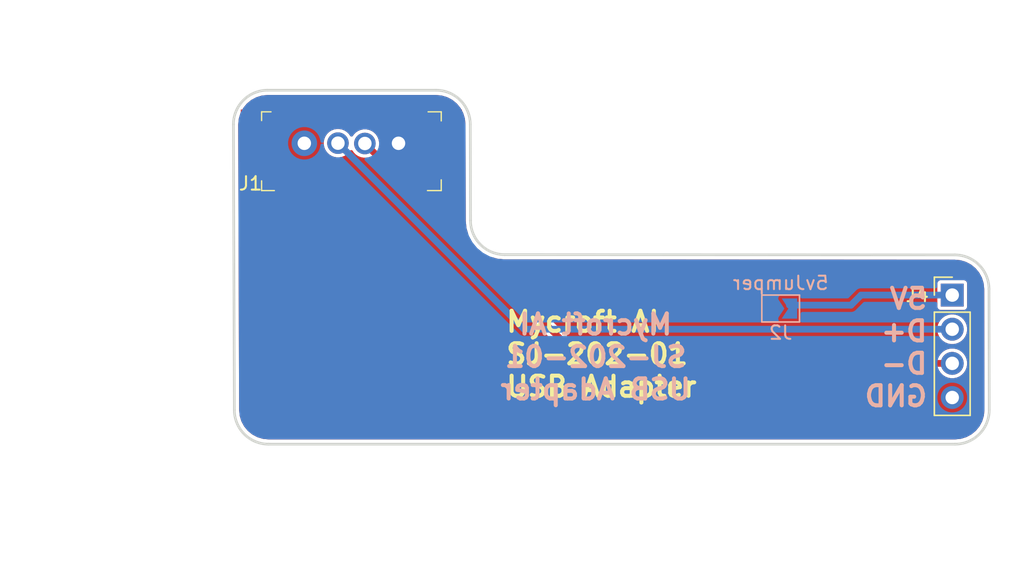
<source format=kicad_pcb>
(kicad_pcb (version 20171130) (host pcbnew "(5.1.6)-1")

  (general
    (thickness 1.6)
    (drawings 19)
    (tracks 10)
    (zones 0)
    (modules 3)
    (nets 6)
  )

  (page A4)
  (layers
    (0 F.Cu signal)
    (31 B.Cu signal)
    (32 B.Adhes user)
    (33 F.Adhes user)
    (34 B.Paste user)
    (35 F.Paste user)
    (36 B.SilkS user)
    (37 F.SilkS user)
    (38 B.Mask user)
    (39 F.Mask user)
    (40 Dwgs.User user)
    (41 Cmts.User user)
    (42 Eco1.User user)
    (43 Eco2.User user)
    (44 Edge.Cuts user)
    (45 Margin user)
    (46 B.CrtYd user)
    (47 F.CrtYd user)
    (48 B.Fab user)
    (49 F.Fab user)
  )

  (setup
    (last_trace_width 0.5)
    (trace_clearance 0.2)
    (zone_clearance 0.254)
    (zone_45_only no)
    (trace_min 0.2)
    (via_size 0.8)
    (via_drill 0.4)
    (via_min_size 0.4)
    (via_min_drill 0.3)
    (uvia_size 0.3)
    (uvia_drill 0.1)
    (uvias_allowed no)
    (uvia_min_size 0.2)
    (uvia_min_drill 0.1)
    (edge_width 0.05)
    (segment_width 0.2)
    (pcb_text_width 0.3)
    (pcb_text_size 1.5 1.5)
    (mod_edge_width 0.12)
    (mod_text_size 1 1)
    (mod_text_width 0.15)
    (pad_size 1.524 1.524)
    (pad_drill 0.762)
    (pad_to_mask_clearance 0.05)
    (aux_axis_origin 0 0)
    (visible_elements 7FFFFFFF)
    (pcbplotparams
      (layerselection 0x010fc_ffffffff)
      (usegerberextensions false)
      (usegerberattributes true)
      (usegerberadvancedattributes true)
      (creategerberjobfile true)
      (excludeedgelayer true)
      (linewidth 0.100000)
      (plotframeref false)
      (viasonmask false)
      (mode 1)
      (useauxorigin false)
      (hpglpennumber 1)
      (hpglpenspeed 20)
      (hpglpendiameter 15.000000)
      (psnegative false)
      (psa4output false)
      (plotreference true)
      (plotvalue true)
      (plotinvisibletext false)
      (padsonsilk false)
      (subtractmaskfromsilk false)
      (outputformat 1)
      (mirror false)
      (drillshape 0)
      (scaleselection 1)
      (outputdirectory "Gerbers"))
  )

  (net 0 "")
  (net 1 +5V)
  (net 2 GND)
  (net 3 /D+)
  (net 4 /D-)
  (net 5 /5vJump)

  (net_class Default "This is the default net class."
    (clearance 0.2)
    (trace_width 0.5)
    (via_dia 0.8)
    (via_drill 0.4)
    (uvia_dia 0.3)
    (uvia_drill 0.1)
    (add_net +5V)
    (add_net /5vJump)
    (add_net GND)
  )

  (net_class "Signal Wire" ""
    (clearance 0.2)
    (trace_width 0.5)
    (via_dia 0.8)
    (via_drill 0.4)
    (uvia_dia 0.3)
    (uvia_drill 0.1)
    (add_net /D+)
    (add_net /D-)
  )

  (module libraries:USB_A_Female_UE27AC54100 (layer F.Cu) (tedit 5F78C652) (tstamp 5F52D794)
    (at 29.65 53.3 180)
    (path /5F528EEA)
    (fp_text reference J1 (at 7.5 -5.7) (layer F.SilkS)
      (effects (font (size 1 1) (thickness 0.15)))
    )
    (fp_text value USB_A (at -0.3175 4.572) (layer F.Fab)
      (effects (font (size 1 1) (thickness 0.15)))
    )
    (fp_text user %R (at -0.025 0.975) (layer F.Fab)
      (effects (font (size 1 1) (thickness 0.15)))
    )
    (fp_line (start -8.509 0.762) (end 8.382 0.762) (layer F.CrtYd) (width 0.05))
    (fp_line (start -8.5135 -6.4165) (end -8.5135 0.762) (layer F.CrtYd) (width 0.05))
    (fp_line (start 8.3865 -6.4165) (end 8.382 0.762) (layer F.CrtYd) (width 0.05))
    (fp_line (start -8.5135 -6.4165) (end 8.3865 -6.4165) (layer F.CrtYd) (width 0.05))
    (fp_line (start -5.7 -0.37) (end -6.675 -0.37) (layer F.SilkS) (width 0.1))
    (fp_line (start -6.675 -0.37) (end -6.675 -1.045) (layer F.SilkS) (width 0.1))
    (fp_line (start 6.675 -1.02) (end 6.675 -0.37) (layer F.SilkS) (width 0.1))
    (fp_line (start 6.675 -0.37) (end 5.975 -0.37) (layer F.SilkS) (width 0.1))
    (fp_line (start -5.65 -6.227) (end -6.675 -6.227) (layer F.SilkS) (width 0.1))
    (fp_line (start -6.675 -6.227) (end -6.675 -5.427) (layer F.SilkS) (width 0.1))
    (fp_line (start 5.725 -6.227) (end 6.675 -6.227) (layer F.SilkS) (width 0.1))
    (fp_line (start 6.675 -6.227) (end 6.675 -5.502) (layer F.SilkS) (width 0.1))
    (fp_line (start -6.5405 -0.508) (end 6.5405 -0.508) (layer F.Fab) (width 0.1))
    (fp_line (start -6.55 -6.112) (end -6.5405 -0.508) (layer F.Fab) (width 0.1))
    (fp_line (start 6.55 -6.112) (end 6.5405 -0.508) (layer F.Fab) (width 0.1))
    (fp_line (start -6.55 -6.112) (end 6.55 -6.112) (layer F.Fab) (width 0.1))
    (pad 5 smd rect (at 0 -6.9055 180) (size 3.3 1.6) (layers F.Cu F.Paste F.Mask)
      (net 2 GND))
    (pad 4 thru_hole circle (at 3.5 -2.71 180) (size 1.9 1.9) (drill 1) (layers *.Cu *.Mask)
      (net 2 GND))
    (pad 3 thru_hole circle (at 1 -2.7 180) (size 1.6 1.6) (drill 1) (layers *.Cu *.Mask)
      (net 3 /D+))
    (pad 2 thru_hole circle (at -1 -2.725 180) (size 1.6 1.6) (drill 1) (layers *.Cu *.Mask)
      (net 4 /D-))
    (pad 1 thru_hole circle (at -3.5 -2.71 180) (size 1.9 1.9) (drill 1) (layers *.Cu *.Mask)
      (net 1 +5V))
    (pad 5 smd rect (at 6.57 -1 180) (size 3.3 1.6) (layers F.Cu F.Paste F.Mask)
      (net 2 GND))
    (pad 5 smd rect (at -6.57 -1 180) (size 3.3 1.6) (layers F.Cu F.Paste F.Mask)
      (net 2 GND))
    (model ${KIPRJMOD}/3D/USB-A-U-G-04WS-W-03.STEP
      (offset (xyz 0 6 11.5))
      (scale (xyz 1 1 1))
      (rotate (xyz -90 0 0))
    )
  )

  (module Jumper:SolderJumper-2_P1.3mm_Open_TrianglePad1.0x1.5mm (layer B.Cu) (tedit 5A64794F) (tstamp 5F594968)
    (at 61.55 68.3)
    (descr "SMD Solder Jumper, 1x1.5mm Triangular Pads, 0.3mm gap, open")
    (tags "solder jumper open")
    (path /5F596E74)
    (attr virtual)
    (fp_text reference J2 (at 0 1.8) (layer B.SilkS)
      (effects (font (size 1 1) (thickness 0.15)) (justify mirror))
    )
    (fp_text value 5vJumper (at 0 -1.9) (layer B.SilkS)
      (effects (font (size 1 1) (thickness 0.15)) (justify mirror))
    )
    (fp_line (start -1.4 -1) (end -1.4 1) (layer B.SilkS) (width 0.12))
    (fp_line (start 1.4 -1) (end -1.4 -1) (layer B.SilkS) (width 0.12))
    (fp_line (start 1.4 1) (end 1.4 -1) (layer B.SilkS) (width 0.12))
    (fp_line (start -1.4 1) (end 1.4 1) (layer B.SilkS) (width 0.12))
    (fp_line (start -1.65 1.25) (end 1.65 1.25) (layer B.CrtYd) (width 0.05))
    (fp_line (start -1.65 1.25) (end -1.65 -1.25) (layer B.CrtYd) (width 0.05))
    (fp_line (start 1.65 -1.25) (end 1.65 1.25) (layer B.CrtYd) (width 0.05))
    (fp_line (start 1.65 -1.25) (end -1.65 -1.25) (layer B.CrtYd) (width 0.05))
    (pad 1 smd custom (at -0.725 0) (size 0.3 0.3) (layers B.Cu B.Mask)
      (net 1 +5V) (zone_connect 2)
      (options (clearance outline) (anchor rect))
      (primitives
        (gr_poly (pts
           (xy -0.5 0.75) (xy 0.5 0.75) (xy 1 0) (xy 0.5 -0.75) (xy -0.5 -0.75)
) (width 0))
      ))
    (pad 2 smd custom (at 0.725 0) (size 0.3 0.3) (layers B.Cu B.Mask)
      (net 5 /5vJump) (zone_connect 2)
      (options (clearance outline) (anchor rect))
      (primitives
        (gr_poly (pts
           (xy -0.65 0.75) (xy 0.5 0.75) (xy 0.5 -0.75) (xy -0.65 -0.75) (xy -0.15 0)
) (width 0))
      ))
  )

  (module Connector_PinHeader_2.54mm:PinHeader_1x04_P2.54mm_Vertical (layer F.Cu) (tedit 59FED5CC) (tstamp 5F70EBA2)
    (at 74.3 67.3)
    (descr "Through hole straight pin header, 1x04, 2.54mm pitch, single row")
    (tags "Through hole pin header THT 1x04 2.54mm single row")
    (path /5F58F2C6)
    (fp_text reference J4 (at -2.6 0) (layer F.SilkS)
      (effects (font (size 1 1) (thickness 0.15)))
    )
    (fp_text value Conn_01x04 (at 0 9.95) (layer F.Fab)
      (effects (font (size 1 1) (thickness 0.15)))
    )
    (fp_line (start 1.8 -1.8) (end -1.8 -1.8) (layer F.CrtYd) (width 0.05))
    (fp_line (start 1.8 9.4) (end 1.8 -1.8) (layer F.CrtYd) (width 0.05))
    (fp_line (start -1.8 9.4) (end 1.8 9.4) (layer F.CrtYd) (width 0.05))
    (fp_line (start -1.8 -1.8) (end -1.8 9.4) (layer F.CrtYd) (width 0.05))
    (fp_line (start -1.33 -1.33) (end 0 -1.33) (layer F.SilkS) (width 0.12))
    (fp_line (start -1.33 0) (end -1.33 -1.33) (layer F.SilkS) (width 0.12))
    (fp_line (start -1.33 1.27) (end 1.33 1.27) (layer F.SilkS) (width 0.12))
    (fp_line (start 1.33 1.27) (end 1.33 8.95) (layer F.SilkS) (width 0.12))
    (fp_line (start -1.33 1.27) (end -1.33 8.95) (layer F.SilkS) (width 0.12))
    (fp_line (start -1.33 8.95) (end 1.33 8.95) (layer F.SilkS) (width 0.12))
    (fp_line (start -1.27 -0.635) (end -0.635 -1.27) (layer F.Fab) (width 0.1))
    (fp_line (start -1.27 8.89) (end -1.27 -0.635) (layer F.Fab) (width 0.1))
    (fp_line (start 1.27 8.89) (end -1.27 8.89) (layer F.Fab) (width 0.1))
    (fp_line (start 1.27 -1.27) (end 1.27 8.89) (layer F.Fab) (width 0.1))
    (fp_line (start -0.635 -1.27) (end 1.27 -1.27) (layer F.Fab) (width 0.1))
    (fp_text user %R (at 0 3.81 90) (layer F.Fab)
      (effects (font (size 1 1) (thickness 0.15)))
    )
    (pad 4 thru_hole oval (at 0 7.62) (size 1.7 1.7) (drill 1) (layers *.Cu *.Mask)
      (net 2 GND))
    (pad 3 thru_hole oval (at 0 5.08) (size 1.7 1.7) (drill 1) (layers *.Cu *.Mask)
      (net 4 /D-))
    (pad 2 thru_hole oval (at 0 2.54) (size 1.7 1.7) (drill 1) (layers *.Cu *.Mask)
      (net 3 /D+))
    (pad 1 thru_hole rect (at 0 0) (size 1.7 1.7) (drill 1) (layers *.Cu *.Mask)
      (net 5 /5vJump))
    (model ${KISYS3DMOD}/Connector_PinHeader_2.54mm.3dshapes/PinHeader_1x04_P2.54mm_Vertical.wrl
      (at (xyz 0 0 0))
      (scale (xyz 1 1 1))
      (rotate (xyz 0 0 0))
    )
  )

  (dimension 26.4 (width 0.12) (layer Dwgs.User)
    (gr_text "26.400 mm" (at 7.23 65.15 90) (layer Dwgs.User)
      (effects (font (size 1 1) (thickness 0.15)))
    )
    (feature1 (pts (xy 51.95 51.95) (xy 7.913579 51.95)))
    (feature2 (pts (xy 51.95 78.35) (xy 7.913579 78.35)))
    (crossbar (pts (xy 8.5 78.35) (xy 8.5 51.95)))
    (arrow1a (pts (xy 8.5 51.95) (xy 9.086421 53.076504)))
    (arrow1b (pts (xy 8.5 51.95) (xy 7.913579 53.076504)))
    (arrow2a (pts (xy 8.5 78.35) (xy 9.086421 77.223496)))
    (arrow2b (pts (xy 8.5 78.35) (xy 7.913579 77.223496)))
  )
  (dimension 56.106439 (width 0.12) (layer Dwgs.User)
    (gr_text "56.106 mm" (at 48.776365 87.434939 -0.8680514497) (layer Dwgs.User)
      (effects (font (size 1 1) (thickness 0.15)))
    )
    (feature1 (pts (xy 20.95 72.25) (xy 20.736721 86.326438)))
    (feature2 (pts (xy 77.05 73.1) (xy 76.836721 87.176438)))
    (crossbar (pts (xy 76.845605 86.590085) (xy 20.745605 85.740085)))
    (arrow1a (pts (xy 20.745605 85.740085) (xy 21.880864 85.170798)))
    (arrow1b (pts (xy 20.745605 85.740085) (xy 21.863095 86.343505)))
    (arrow2a (pts (xy 76.845605 86.590085) (xy 75.728115 85.986665)))
    (arrow2b (pts (xy 76.845605 86.590085) (xy 75.710346 87.159372)))
  )
  (gr_line (start 76.1 66.25) (end 76.1 60.9) (layer Dwgs.User) (width 0.12))
  (dimension 38.65 (width 0.12) (layer Dwgs.User)
    (gr_text "1.5217 in" (at 55.625 46.08) (layer Dwgs.User)
      (effects (font (size 1 1) (thickness 0.15)))
    )
    (feature1 (pts (xy 36.3 74.1) (xy 36.3 46.763579)))
    (feature2 (pts (xy 74.95 74.1) (xy 74.95 46.763579)))
    (crossbar (pts (xy 74.95 47.35) (xy 36.3 47.35)))
    (arrow1a (pts (xy 36.3 47.35) (xy 37.426504 46.763579)))
    (arrow1b (pts (xy 36.3 47.35) (xy 37.426504 47.936421)))
    (arrow2a (pts (xy 74.95 47.35) (xy 73.823496 46.763579)))
    (arrow2b (pts (xy 74.95 47.35) (xy 73.823496 47.936421)))
  )
  (gr_text "5V\nD+\nD-\nGND" (at 72.6 71.2) (layer B.SilkS)
    (effects (font (size 1.5 1.5) (thickness 0.3)) (justify left mirror))
  )
  (gr_line (start 23.49 78.39) (end 74.51 78.39) (layer Edge.Cuts) (width 0.2) (tstamp 5F70EC26))
  (gr_arc (start 41.04 61.75) (end 38.5 61.75) (angle -90) (layer Edge.Cuts) (width 0.2))
  (gr_arc (start 74.492372 66.85115) (end 77.032372 66.85115) (angle -90) (layer Edge.Cuts) (width 0.2) (tstamp 5F70EC20))
  (gr_line (start 35.942372 52.06115) (end 23.422372 52.06115) (layer Edge.Cuts) (width 0.2) (tstamp 5F70E58B))
  (gr_line (start 77.05 75.85) (end 77.032372 66.85115) (layer Edge.Cuts) (width 0.2) (tstamp 5F70EC23))
  (gr_arc (start 35.942372 54.60115) (end 38.482372 54.60115) (angle -90) (layer Edge.Cuts) (width 0.2))
  (gr_arc (start 74.51 75.85) (end 74.51 78.39) (angle -90) (layer Edge.Cuts) (width 0.2) (tstamp 5F70EC1D))
  (gr_line (start 74.492372 64.31115) (end 41.04 64.29) (layer Edge.Cuts) (width 0.2) (tstamp 5F70EC29))
  (gr_line (start 38.5 61.75) (end 38.482372 54.60115) (layer Edge.Cuts) (width 0.2))
  (gr_arc (start 23.422372 54.60115) (end 23.422372 52.06115) (angle -90) (layer Edge.Cuts) (width 0.2) (tstamp 5F70E58E))
  (gr_line (start 20.882372 54.60115) (end 20.95 75.85) (layer Edge.Cuts) (width 0.2) (tstamp 5F70E82D))
  (gr_arc (start 23.49 75.85) (end 20.95 75.85) (angle -90) (layer Edge.Cuts) (width 0.2) (tstamp 5F70EC2C))
  (gr_text "Mycroft AI\nSJ-202-01\nUSB Adapter" (at 47.8 71.9) (layer B.SilkS) (tstamp 5F52D9E9)
    (effects (font (size 1.5 1.5) (thickness 0.3)) (justify mirror))
  )
  (gr_text "Mycroft AI\nSJ-202-01\nUSB Adapter" (at 41 71.7) (layer F.SilkS)
    (effects (font (size 1.5 1.5) (thickness 0.3)) (justify left))
  )

  (segment (start 42.49 69.84) (end 28.65 56) (width 0.5) (layer B.Cu) (net 3))
  (segment (start 74.3 70.34) (end 73.8 69.84) (width 0.5) (layer B.Cu) (net 3))
  (segment (start 73.8 69.84) (end 42.49 69.84) (width 0.5) (layer B.Cu) (net 3))
  (segment (start 47.005 72.38) (end 30.65 56.025) (width 0.5) (layer F.Cu) (net 4))
  (segment (start 74.3 72.88) (end 73.8 72.38) (width 0.5) (layer F.Cu) (net 4))
  (segment (start 73.8 72.38) (end 47.005 72.38) (width 0.5) (layer F.Cu) (net 4))
  (segment (start 66.775 68.05) (end 62.2 68.05) (width 0.5) (layer B.Cu) (net 5))
  (segment (start 67.525 67.3) (end 66.775 68.05) (width 0.5) (layer B.Cu) (net 5))
  (segment (start 74.3 67.8) (end 73.8 67.3) (width 0.5) (layer B.Cu) (net 5))
  (segment (start 73.8 67.3) (end 67.525 67.3) (width 0.5) (layer B.Cu) (net 5))

  (zone (net 2) (net_name GND) (layer F.Cu) (tstamp 5F78C251) (hatch edge 0.508)
    (connect_pads yes (clearance 0.254))
    (min_thickness 0.254)
    (fill yes (arc_segments 32) (thermal_gap 0.508) (thermal_bridge_width 0.508))
    (polygon
      (pts
        (xy 57.5 49) (xy 79.5 60.9) (xy 79.65 81) (xy 13.55 82.35) (xy 14.75 49.5)
      )
    )
    (filled_polygon
      (pts
        (xy 36.341849 52.583625) (xy 36.726117 52.699642) (xy 37.080532 52.888088) (xy 37.391589 53.141781) (xy 37.647446 53.451059)
        (xy 37.838361 53.80415) (xy 37.957058 54.187596) (xy 38.001392 54.609404) (xy 38.01906 61.774812) (xy 38.021152 61.795531)
        (xy 38.021042 61.811326) (xy 38.021697 61.81801) (xy 38.073514 62.311017) (xy 38.082273 62.353685) (xy 38.090449 62.396544)
        (xy 38.09239 62.402974) (xy 38.169525 62.652157) (xy 32.818505 57.301137) (xy 33.018908 57.341) (xy 33.281092 57.341)
        (xy 33.538238 57.28985) (xy 33.780465 57.189517) (xy 33.998463 57.043855) (xy 34.183855 56.858463) (xy 34.329517 56.640465)
        (xy 34.42985 56.398238) (xy 34.481 56.141092) (xy 34.481 55.878908) (xy 34.42985 55.621762) (xy 34.329517 55.379535)
        (xy 34.183855 55.161537) (xy 33.998463 54.976145) (xy 33.780465 54.830483) (xy 33.538238 54.73015) (xy 33.281092 54.679)
        (xy 33.018908 54.679) (xy 32.761762 54.73015) (xy 32.519535 54.830483) (xy 32.301537 54.976145) (xy 32.116145 55.161537)
        (xy 31.970483 55.379535) (xy 31.87015 55.621762) (xy 31.822039 55.863631) (xy 31.785614 55.680515) (xy 31.696588 55.465587)
        (xy 31.567342 55.272157) (xy 31.402843 55.107658) (xy 31.209413 54.978412) (xy 30.994485 54.889386) (xy 30.766318 54.844)
        (xy 30.533682 54.844) (xy 30.305515 54.889386) (xy 30.090587 54.978412) (xy 29.897157 55.107658) (xy 29.732658 55.272157)
        (xy 29.658352 55.383363) (xy 29.567342 55.247157) (xy 29.402843 55.082658) (xy 29.209413 54.953412) (xy 28.994485 54.864386)
        (xy 28.766318 54.819) (xy 28.533682 54.819) (xy 28.305515 54.864386) (xy 28.090587 54.953412) (xy 27.897157 55.082658)
        (xy 27.732658 55.247157) (xy 27.603412 55.440587) (xy 27.514386 55.655515) (xy 27.469 55.883682) (xy 27.469 56.116318)
        (xy 27.514386 56.344485) (xy 27.603412 56.559413) (xy 27.732658 56.752843) (xy 27.897157 56.917342) (xy 28.090587 57.046588)
        (xy 28.305515 57.135614) (xy 28.533682 57.181) (xy 28.766318 57.181) (xy 28.994485 57.135614) (xy 29.209413 57.046588)
        (xy 29.402843 56.917342) (xy 29.567342 56.752843) (xy 29.641648 56.641637) (xy 29.732658 56.777843) (xy 29.897157 56.942342)
        (xy 30.090587 57.071588) (xy 30.305515 57.160614) (xy 30.533682 57.206) (xy 30.766318 57.206) (xy 30.910043 57.177411)
        (xy 46.536899 72.804268) (xy 46.556657 72.828343) (xy 46.652739 72.907196) (xy 46.762358 72.965789) (xy 46.881302 73.00187)
        (xy 46.974002 73.011) (xy 46.974009 73.011) (xy 47.005 73.014052) (xy 47.03599 73.011) (xy 73.24111 73.011)
        (xy 73.34382 73.164717) (xy 73.515283 73.33618) (xy 73.716903 73.470898) (xy 73.940931 73.563693) (xy 74.178757 73.611)
        (xy 74.421243 73.611) (xy 74.659069 73.563693) (xy 74.883097 73.470898) (xy 75.084717 73.33618) (xy 75.25618 73.164717)
        (xy 75.390898 72.963097) (xy 75.483693 72.739069) (xy 75.531 72.501243) (xy 75.531 72.258757) (xy 75.483693 72.020931)
        (xy 75.390898 71.796903) (xy 75.25618 71.595283) (xy 75.084717 71.42382) (xy 74.883097 71.289102) (xy 74.659069 71.196307)
        (xy 74.421243 71.149) (xy 74.178757 71.149) (xy 73.940931 71.196307) (xy 73.716903 71.289102) (xy 73.515283 71.42382)
        (xy 73.34382 71.595283) (xy 73.24111 71.749) (xy 47.266369 71.749) (xy 45.236126 69.718757) (xy 73.069 69.718757)
        (xy 73.069 69.961243) (xy 73.116307 70.199069) (xy 73.209102 70.423097) (xy 73.34382 70.624717) (xy 73.515283 70.79618)
        (xy 73.716903 70.930898) (xy 73.940931 71.023693) (xy 74.178757 71.071) (xy 74.421243 71.071) (xy 74.659069 71.023693)
        (xy 74.883097 70.930898) (xy 75.084717 70.79618) (xy 75.25618 70.624717) (xy 75.390898 70.423097) (xy 75.483693 70.199069)
        (xy 75.531 69.961243) (xy 75.531 69.718757) (xy 75.483693 69.480931) (xy 75.390898 69.256903) (xy 75.25618 69.055283)
        (xy 75.084717 68.88382) (xy 74.883097 68.749102) (xy 74.659069 68.656307) (xy 74.421243 68.609) (xy 74.178757 68.609)
        (xy 73.940931 68.656307) (xy 73.716903 68.749102) (xy 73.515283 68.88382) (xy 73.34382 69.055283) (xy 73.209102 69.256903)
        (xy 73.116307 69.480931) (xy 73.069 69.718757) (xy 45.236126 69.718757) (xy 41.967369 66.45) (xy 73.067157 66.45)
        (xy 73.067157 68.15) (xy 73.074513 68.224689) (xy 73.096299 68.296508) (xy 73.131678 68.362696) (xy 73.179289 68.420711)
        (xy 73.237304 68.468322) (xy 73.303492 68.503701) (xy 73.375311 68.525487) (xy 73.45 68.532843) (xy 75.15 68.532843)
        (xy 75.224689 68.525487) (xy 75.296508 68.503701) (xy 75.362696 68.468322) (xy 75.420711 68.420711) (xy 75.468322 68.362696)
        (xy 75.503701 68.296508) (xy 75.525487 68.224689) (xy 75.532843 68.15) (xy 75.532843 66.45) (xy 75.525487 66.375311)
        (xy 75.503701 66.303492) (xy 75.468322 66.237304) (xy 75.420711 66.179289) (xy 75.362696 66.131678) (xy 75.296508 66.096299)
        (xy 75.224689 66.074513) (xy 75.15 66.067157) (xy 73.45 66.067157) (xy 73.375311 66.074513) (xy 73.303492 66.096299)
        (xy 73.237304 66.131678) (xy 73.179289 66.179289) (xy 73.131678 66.237304) (xy 73.096299 66.303492) (xy 73.074513 66.375311)
        (xy 73.067157 66.45) (xy 41.967369 66.45) (xy 40.138089 64.620721) (xy 40.407621 64.702097) (xy 40.450368 64.710561)
        (xy 40.493028 64.719628) (xy 40.499708 64.72033) (xy 40.993063 64.768704) (xy 40.993068 64.768704) (xy 41.01607 64.770984)
        (xy 74.468691 64.792134) (xy 74.891849 64.833625) (xy 75.276117 64.949642) (xy 75.630532 65.138088) (xy 75.941589 65.391781)
        (xy 76.197446 65.701059) (xy 76.388361 66.05415) (xy 76.507058 66.437596) (xy 76.551388 66.859364) (xy 76.568955 75.82694)
        (xy 76.527525 76.249477) (xy 76.411507 76.633747) (xy 76.223062 76.988159) (xy 75.969369 77.299217) (xy 75.66009 77.555075)
        (xy 75.307001 77.745989) (xy 74.923554 77.864686) (xy 74.501934 77.909) (xy 23.513522 77.909) (xy 23.090523 77.867525)
        (xy 22.706253 77.751507) (xy 22.351841 77.563062) (xy 22.040783 77.309369) (xy 21.784925 77.00009) (xy 21.594011 76.647001)
        (xy 21.475314 76.263554) (xy 21.430975 75.841699) (xy 21.363447 54.623911) (xy 21.404847 54.201673) (xy 21.520864 53.817405)
        (xy 21.70931 53.46299) (xy 21.963003 53.151933) (xy 22.272281 52.896076) (xy 22.625372 52.705161) (xy 23.008818 52.586464)
        (xy 23.430438 52.54215) (xy 35.918851 52.54215)
      )
    )
  )
  (zone (net 1) (net_name +5V) (layer B.Cu) (tstamp 5F78C24E) (hatch edge 0.508)
    (connect_pads yes (clearance 0.254))
    (min_thickness 0.254)
    (fill yes (arc_segments 32) (thermal_gap 0.508) (thermal_bridge_width 0.508))
    (polygon
      (pts
        (xy 79 48.7) (xy 79.5 81.45) (xy 12.5 81.5) (xy 12.6 48.1)
      )
    )
    (filled_polygon
      (pts
        (xy 36.341849 52.583625) (xy 36.726117 52.699642) (xy 37.080532 52.888088) (xy 37.391589 53.141781) (xy 37.647446 53.451059)
        (xy 37.838361 53.80415) (xy 37.957058 54.187596) (xy 38.001392 54.609404) (xy 38.01906 61.774812) (xy 38.021152 61.795531)
        (xy 38.021042 61.811326) (xy 38.021697 61.81801) (xy 38.073514 62.311017) (xy 38.082273 62.353685) (xy 38.090449 62.396544)
        (xy 38.09239 62.402974) (xy 38.238979 62.876526) (xy 38.255872 62.916712) (xy 38.272204 62.957135) (xy 38.275357 62.963065)
        (xy 38.511134 63.399126) (xy 38.535494 63.43524) (xy 38.559383 63.471746) (xy 38.563628 63.47695) (xy 38.879612 63.85891)
        (xy 38.910528 63.889611) (xy 38.941048 63.920777) (xy 38.946223 63.925058) (xy 39.330379 64.238368) (xy 39.366684 64.262489)
        (xy 39.402661 64.287123) (xy 39.408569 64.290318) (xy 39.846265 64.523045) (xy 39.886527 64.539639) (xy 39.926641 64.556832)
        (xy 39.933057 64.558818) (xy 40.407621 64.702097) (xy 40.450368 64.710561) (xy 40.493028 64.719628) (xy 40.499708 64.72033)
        (xy 40.993063 64.768704) (xy 40.993068 64.768704) (xy 41.01607 64.770984) (xy 74.468691 64.792134) (xy 74.891849 64.833625)
        (xy 75.276117 64.949642) (xy 75.630532 65.138088) (xy 75.941589 65.391781) (xy 76.197446 65.701059) (xy 76.388361 66.05415)
        (xy 76.507058 66.437596) (xy 76.551388 66.859364) (xy 76.568955 75.82694) (xy 76.527525 76.249477) (xy 76.411507 76.633747)
        (xy 76.223062 76.988159) (xy 75.969369 77.299217) (xy 75.66009 77.555075) (xy 75.307001 77.745989) (xy 74.923554 77.864686)
        (xy 74.501934 77.909) (xy 23.513522 77.909) (xy 23.090523 77.867525) (xy 22.706253 77.751507) (xy 22.351841 77.563062)
        (xy 22.040783 77.309369) (xy 21.784925 77.00009) (xy 21.594011 76.647001) (xy 21.475314 76.263554) (xy 21.430975 75.841699)
        (xy 21.427656 74.798757) (xy 73.069 74.798757) (xy 73.069 75.041243) (xy 73.116307 75.279069) (xy 73.209102 75.503097)
        (xy 73.34382 75.704717) (xy 73.515283 75.87618) (xy 73.716903 76.010898) (xy 73.940931 76.103693) (xy 74.178757 76.151)
        (xy 74.421243 76.151) (xy 74.659069 76.103693) (xy 74.883097 76.010898) (xy 75.084717 75.87618) (xy 75.25618 75.704717)
        (xy 75.390898 75.503097) (xy 75.483693 75.279069) (xy 75.531 75.041243) (xy 75.531 74.798757) (xy 75.483693 74.560931)
        (xy 75.390898 74.336903) (xy 75.25618 74.135283) (xy 75.084717 73.96382) (xy 74.883097 73.829102) (xy 74.659069 73.736307)
        (xy 74.421243 73.689) (xy 74.178757 73.689) (xy 73.940931 73.736307) (xy 73.716903 73.829102) (xy 73.515283 73.96382)
        (xy 73.34382 74.135283) (xy 73.209102 74.336903) (xy 73.116307 74.560931) (xy 73.069 74.798757) (xy 21.427656 74.798757)
        (xy 21.419573 72.258757) (xy 73.069 72.258757) (xy 73.069 72.501243) (xy 73.116307 72.739069) (xy 73.209102 72.963097)
        (xy 73.34382 73.164717) (xy 73.515283 73.33618) (xy 73.716903 73.470898) (xy 73.940931 73.563693) (xy 74.178757 73.611)
        (xy 74.421243 73.611) (xy 74.659069 73.563693) (xy 74.883097 73.470898) (xy 75.084717 73.33618) (xy 75.25618 73.164717)
        (xy 75.390898 72.963097) (xy 75.483693 72.739069) (xy 75.531 72.501243) (xy 75.531 72.258757) (xy 75.483693 72.020931)
        (xy 75.390898 71.796903) (xy 75.25618 71.595283) (xy 75.084717 71.42382) (xy 74.883097 71.289102) (xy 74.659069 71.196307)
        (xy 74.421243 71.149) (xy 74.178757 71.149) (xy 73.940931 71.196307) (xy 73.716903 71.289102) (xy 73.515283 71.42382)
        (xy 73.34382 71.595283) (xy 73.209102 71.796903) (xy 73.116307 72.020931) (xy 73.069 72.258757) (xy 21.419573 72.258757)
        (xy 21.367442 55.878908) (xy 24.819 55.878908) (xy 24.819 56.141092) (xy 24.87015 56.398238) (xy 24.970483 56.640465)
        (xy 25.116145 56.858463) (xy 25.301537 57.043855) (xy 25.519535 57.189517) (xy 25.761762 57.28985) (xy 26.018908 57.341)
        (xy 26.281092 57.341) (xy 26.538238 57.28985) (xy 26.780465 57.189517) (xy 26.998463 57.043855) (xy 27.183855 56.858463)
        (xy 27.329517 56.640465) (xy 27.42985 56.398238) (xy 27.477464 56.158869) (xy 27.514386 56.344485) (xy 27.603412 56.559413)
        (xy 27.732658 56.752843) (xy 27.897157 56.917342) (xy 28.090587 57.046588) (xy 28.305515 57.135614) (xy 28.533682 57.181)
        (xy 28.766318 57.181) (xy 28.910043 57.152411) (xy 42.021899 70.264268) (xy 42.041657 70.288343) (xy 42.137739 70.367196)
        (xy 42.247358 70.425789) (xy 42.366302 70.46187) (xy 42.459002 70.471) (xy 42.459009 70.471) (xy 42.49 70.474052)
        (xy 42.52099 70.471) (xy 73.24111 70.471) (xy 73.34382 70.624717) (xy 73.515283 70.79618) (xy 73.716903 70.930898)
        (xy 73.940931 71.023693) (xy 74.178757 71.071) (xy 74.421243 71.071) (xy 74.659069 71.023693) (xy 74.883097 70.930898)
        (xy 75.084717 70.79618) (xy 75.25618 70.624717) (xy 75.390898 70.423097) (xy 75.483693 70.199069) (xy 75.531 69.961243)
        (xy 75.531 69.718757) (xy 75.483693 69.480931) (xy 75.390898 69.256903) (xy 75.25618 69.055283) (xy 75.084717 68.88382)
        (xy 74.883097 68.749102) (xy 74.659069 68.656307) (xy 74.421243 68.609) (xy 74.178757 68.609) (xy 73.940931 68.656307)
        (xy 73.716903 68.749102) (xy 73.515283 68.88382) (xy 73.34382 69.055283) (xy 73.24111 69.209) (xy 63.122024 69.209)
        (xy 63.128701 69.196508) (xy 63.150487 69.124689) (xy 63.157843 69.05) (xy 63.157843 68.681) (xy 66.74401 68.681)
        (xy 66.775 68.684052) (xy 66.80599 68.681) (xy 66.805998 68.681) (xy 66.898698 68.67187) (xy 67.017642 68.635789)
        (xy 67.127261 68.577196) (xy 67.223343 68.498343) (xy 67.243105 68.474263) (xy 67.786369 67.931) (xy 73.067157 67.931)
        (xy 73.067157 68.15) (xy 73.074513 68.224689) (xy 73.096299 68.296508) (xy 73.131678 68.362696) (xy 73.179289 68.420711)
        (xy 73.237304 68.468322) (xy 73.303492 68.503701) (xy 73.375311 68.525487) (xy 73.45 68.532843) (xy 75.15 68.532843)
        (xy 75.224689 68.525487) (xy 75.296508 68.503701) (xy 75.362696 68.468322) (xy 75.420711 68.420711) (xy 75.468322 68.362696)
        (xy 75.503701 68.296508) (xy 75.525487 68.224689) (xy 75.532843 68.15) (xy 75.532843 66.45) (xy 75.525487 66.375311)
        (xy 75.503701 66.303492) (xy 75.468322 66.237304) (xy 75.420711 66.179289) (xy 75.362696 66.131678) (xy 75.296508 66.096299)
        (xy 75.224689 66.074513) (xy 75.15 66.067157) (xy 73.45 66.067157) (xy 73.375311 66.074513) (xy 73.303492 66.096299)
        (xy 73.237304 66.131678) (xy 73.179289 66.179289) (xy 73.131678 66.237304) (xy 73.096299 66.303492) (xy 73.074513 66.375311)
        (xy 73.067157 66.45) (xy 73.067157 66.669) (xy 67.555987 66.669) (xy 67.524999 66.665948) (xy 67.494011 66.669)
        (xy 67.494002 66.669) (xy 67.401302 66.67813) (xy 67.285823 66.71316) (xy 67.282358 66.714211) (xy 67.172739 66.772804)
        (xy 67.100931 66.831736) (xy 67.076657 66.851657) (xy 67.056899 66.875732) (xy 66.513632 67.419) (xy 63.133405 67.419)
        (xy 63.128701 67.403492) (xy 63.093322 67.337304) (xy 63.045711 67.279289) (xy 62.987696 67.231678) (xy 62.921508 67.196299)
        (xy 62.849689 67.174513) (xy 62.775 67.167157) (xy 61.625 67.167157) (xy 61.550704 67.174435) (xy 61.478862 67.196146)
        (xy 61.412637 67.231455) (xy 61.354572 67.279006) (xy 61.3069 67.336971) (xy 61.271453 67.403122) (xy 61.249592 67.474918)
        (xy 61.242157 67.5496) (xy 61.249435 67.624296) (xy 61.271146 67.696138) (xy 61.306455 67.762363) (xy 61.577688 68.169212)
        (xy 61.57813 68.173698) (xy 61.614211 68.292642) (xy 61.638941 68.338908) (xy 61.306455 68.837637) (xy 61.271299 68.903492)
        (xy 61.249513 68.975311) (xy 61.242157 69.05) (xy 61.249513 69.124689) (xy 61.271299 69.196508) (xy 61.277976 69.209)
        (xy 42.751369 69.209) (xy 30.748368 57.206) (xy 30.766318 57.206) (xy 30.994485 57.160614) (xy 31.209413 57.071588)
        (xy 31.402843 56.942342) (xy 31.567342 56.777843) (xy 31.696588 56.584413) (xy 31.785614 56.369485) (xy 31.831 56.141318)
        (xy 31.831 55.908682) (xy 31.785614 55.680515) (xy 31.696588 55.465587) (xy 31.567342 55.272157) (xy 31.402843 55.107658)
        (xy 31.209413 54.978412) (xy 30.994485 54.889386) (xy 30.766318 54.844) (xy 30.533682 54.844) (xy 30.305515 54.889386)
        (xy 30.090587 54.978412) (xy 29.897157 55.107658) (xy 29.732658 55.272157) (xy 29.658352 55.383363) (xy 29.567342 55.247157)
        (xy 29.402843 55.082658) (xy 29.209413 54.953412) (xy 28.994485 54.864386) (xy 28.766318 54.819) (xy 28.533682 54.819)
        (xy 28.305515 54.864386) (xy 28.090587 54.953412) (xy 27.897157 55.082658) (xy 27.732658 55.247157) (xy 27.603412 55.440587)
        (xy 27.514386 55.655515) (xy 27.475475 55.851131) (xy 27.42985 55.621762) (xy 27.329517 55.379535) (xy 27.183855 55.161537)
        (xy 26.998463 54.976145) (xy 26.780465 54.830483) (xy 26.538238 54.73015) (xy 26.281092 54.679) (xy 26.018908 54.679)
        (xy 25.761762 54.73015) (xy 25.519535 54.830483) (xy 25.301537 54.976145) (xy 25.116145 55.161537) (xy 24.970483 55.379535)
        (xy 24.87015 55.621762) (xy 24.819 55.878908) (xy 21.367442 55.878908) (xy 21.363447 54.623911) (xy 21.404847 54.201673)
        (xy 21.520864 53.817405) (xy 21.70931 53.46299) (xy 21.963003 53.151933) (xy 22.272281 52.896076) (xy 22.625372 52.705161)
        (xy 23.008818 52.586464) (xy 23.430438 52.54215) (xy 35.918851 52.54215)
      )
    )
  )
)

</source>
